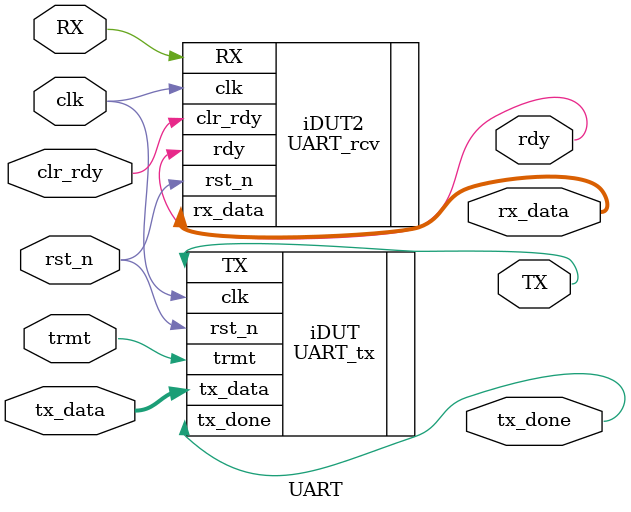
<source format=sv>
module UART(clk,rst_n,trmt,tx_data,rdy,rx_data,RX,clr_rdy,TX,tx_done);
  input clk, rst_n, trmt, RX, clr_rdy;
  input [7:0]tx_data; //byte that will be transmitted
  output TX; //bit of tx_shift_reg the will be shifted out
  output tx_done;  //signal done
  output[7:0]rx_data;
  output rdy;

UART_tx iDUT(.clk(clk),.rst_n(rst_n),.trmt(trmt),.tx_data(tx_data),.tx_done(tx_done),.TX(TX));

UART_rcv iDUT2(.clk(clk),.rst_n(rst_n),.RX(RX),.clr_rdy(clr_rdy),.rx_data(rx_data),.rdy(rdy));

endmodule


</source>
